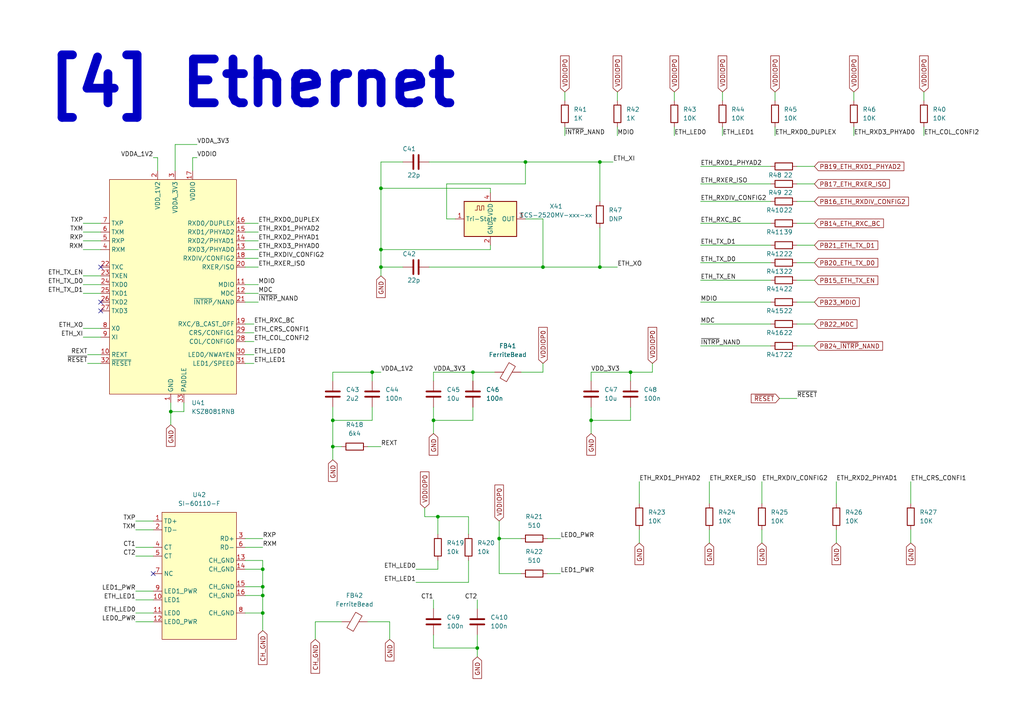
<source format=kicad_sch>
(kicad_sch (version 20231120) (generator "eeschema") (generator_version "8.0")
  (paper "A4")
  (lib_symbols
    (symbol "Device:C" (pin_numbers hide) (pin_names (offset 0.254))
      (property "Reference" "C" (at 0.635 2.54 0))
      (property "Value" "C" (at 0.635 -2.54 0))
      (symbol "C_0_1"
        (polyline (pts (xy -2.032 -0.762) (xy 2.032 -0.762)) (stroke (width 0.508)))
        (polyline (pts (xy -2.032 0.762) (xy 2.032 0.762)) (stroke (width 0.508)))
      )
      (symbol "C_1_1"
        (pin passive line (at 0 3.81 270) (length 2.794) (name "~") (number "1"))
        (pin passive line (at 0 -3.81 90) (length 2.794) (name "~") (number "2"))
      )
    )
    (symbol "Device:FerriteBead" (pin_numbers hide) (pin_names (offset 0))
      (property "Reference" "FB" (at -3.81 0.635 90))
      (property "Value" "FerriteBead" (at 3.81 0 90))
      (symbol "FerriteBead_0_1"
        (polyline (pts (xy 0 -1.27) (xy 0 -1.2192)))
        (polyline (pts (xy 0 1.27) (xy 0 1.2954)))
        (polyline (pts (xy -2.7686 0.4064) (xy -1.7018 2.2606) (xy 2.7686 -0.3048) (xy 1.6764 -2.159) (xy -2.7686 0.4064)))
      )
      (symbol "FerriteBead_1_1"
        (pin passive line (at 0 3.81 270) (length 2.54) (name "~") (number "1"))
        (pin passive line (at 0 -3.81 90) (length 2.54) (name "~") (number "2"))
      )
    )
    (symbol "Device:R" (pin_numbers hide) (pin_names (offset 0))
      (property "Reference" "R" (at 2.032 0 90))
      (property "Value" "R" (at 0 0 90))
      (symbol "R_0_1"
        (rectangle (start -1.016 -2.54) (end 1.016 2.54) (stroke (width 0.254)))
      )
      (symbol "R_1_1"
        (pin passive line (at 0 3.81 270) (length 1.27) (name "~") (number "1"))
        (pin passive line (at 0 -3.81 90) (length 1.27) (name "~") (number "2"))
      )
    )
    (symbol "Oscillator:ECS-2520MV-xxx-xx"
      (property "Reference" "X" (at -5.08 6.35 0))
      (property "Value" "ECS-2520MV-xxx-xx" (at 1.27 -6.35 0))
      (symbol "ECS-2520MV-xxx-xx_0_1"
        (rectangle (start -7.62 5.08) (end 7.62 -5.08) (stroke (width 0.254)) (fill (type background)))
        (polyline (pts (xy -4.445 2.54) (xy -3.81 2.54) (xy -3.81 3.81) (xy -3.175 3.81) (xy -3.175 2.54) (xy -2.54 2.54) (xy -2.54 3.81) (xy -1.905 3.81) (xy -1.905 2.54)))
      )
      (symbol "ECS-2520MV-xxx-xx_1_1"
        (pin input line (at -10.16 0 0) (length 2.54) (name "Tri-State") (number "1"))
        (pin power_in line (at 0 -7.62 90) (length 2.54) (name "GND") (number "2"))
        (pin output line (at 10.16 0 180) (length 2.54) (name "OUT") (number "3"))
        (pin power_in line (at 0 7.62 270) (length 2.54) (name "VDD") (number "4"))
      )
    )
    (symbol "custom_symbol:KSZ8081RNB"
      (property "Reference" "U" (at 0 -41.91 0))
      (property "Value" "KSZ8081RNB" (at 0 38.1 0))
      (symbol "KSZ8081RNB_0_1"
        (rectangle (start -19.05 29.21) (end 17.78 -33.02) (fill (type background)))
      )
      (symbol "KSZ8081RNB_1_1"
        (pin input line (at -1.27 -35.56 90) (length 2.54) (name "GND") (number "1"))
        (pin input line (at -21.59 -21.59 0) (length 2.54) (name "REXT") (number "10"))
        (pin bidirectional line (at 20.32 -1.27 180) (length 2.54) (name "MDIO") (number "11"))
        (pin bidirectional line (at 20.32 -3.81 180) (length 2.54) (name "MDC") (number "12"))
        (pin output line (at 20.32 8.89 180) (length 2.54) (name "RXD3/PHYAD0") (number "13"))
        (pin output line (at 20.32 11.43 180) (length 2.54) (name "RXD2/PHYAD1") (number "14"))
        (pin output line (at 20.32 13.97 180) (length 2.54) (name "RXD1/PHYAD2") (number "15"))
        (pin output line (at 20.32 16.51 180) (length 2.54) (name "RXD0/DUPLEX") (number "16"))
        (pin input line (at 5.08 31.75 270) (length 2.54) (name "VDDIO") (number "17"))
        (pin output line (at 20.32 6.35 180) (length 2.54) (name "RXDIV/CONFIG2") (number "18"))
        (pin output line (at 20.32 -12.7 180) (length 2.54) (name "RXC/B_CAST_OFF") (number "19"))
        (pin input line (at -5.08 31.75 270) (length 2.54) (name "VDD_1V2") (number "2"))
        (pin output line (at 20.32 3.81 180) (length 2.54) (name "RXER/ISO") (number "20"))
        (pin bidirectional line (at 20.32 -6.35 180) (length 2.54) (name "~{INTRP}/NAND") (number "21"))
        (pin input line (at -21.59 3.81 0) (length 2.54) (name "TXC") (number "22"))
        (pin input line (at -21.59 1.27 0) (length 2.54) (name "TXEN") (number "23"))
        (pin input line (at -21.59 -1.27 0) (length 2.54) (name "TXD0") (number "24"))
        (pin input line (at -21.59 -3.81 0) (length 2.54) (name "TXD1") (number "25"))
        (pin input line (at -21.59 -6.35 0) (length 2.54) (name "TXD2") (number "26"))
        (pin input line (at -21.59 -8.89 0) (length 2.54) (name "TXD3") (number "27"))
        (pin input line (at 20.32 -17.78 180) (length 2.54) (name "COL/CONFIG0") (number "28"))
        (pin input line (at 20.32 -15.24 180) (length 2.54) (name "CRS/CONFIG1") (number "29"))
        (pin input line (at 0 31.75 270) (length 2.54) (name "VDDA_3V3") (number "3"))
        (pin bidirectional line (at 20.32 -21.59 180) (length 2.54) (name "LED0/NWAYEN") (number "30"))
        (pin bidirectional line (at 20.32 -24.13 180) (length 2.54) (name "LED1/SPEED") (number "31"))
        (pin input line (at -21.59 -24.13 0) (length 2.54) (name "~{RESET}") (number "32"))
        (pin input line (at 2.54 -35.56 90) (length 2.54) (name "PADDLE") (number "33"))
        (pin input line (at -21.59 8.89 0) (length 2.54) (name "RXM") (number "4"))
        (pin input line (at -21.59 11.43 0) (length 2.54) (name "RXP") (number "5"))
        (pin output line (at -21.59 13.97 0) (length 2.54) (name "TXM") (number "6"))
        (pin output line (at -21.59 16.51 0) (length 2.54) (name "TXP") (number "7"))
        (pin input line (at -21.59 -13.97 0) (length 2.54) (name "X0") (number "8"))
        (pin input line (at -21.59 -16.51 0) (length 2.54) (name "XI") (number "9"))
      )
    )
    (symbol "custom_symbol:SI-60110-F"
      (property "Reference" "U" (at 0 -20.32 0))
      (property "Value" "SI-60110-F" (at -1.27 20.32 0))
      (symbol "SI-60110-F_0_1"
        (rectangle (start -11.43 17.78) (end 10.16 -19.05) (fill (type background)))
      )
      (symbol "SI-60110-F_1_1"
        (pin input line (at -13.97 15.24 0) (length 2.54) (name "TD+") (number "1"))
        (pin input line (at -13.97 -7.62 0) (length 2.54) (name "LED1") (number "10"))
        (pin input line (at -13.97 -11.43 0) (length 2.54) (name "LED0") (number "11"))
        (pin input line (at -13.97 -13.97 0) (length 2.54) (name "LED0_PWR") (number "12"))
        (pin input line (at 12.7 3.81 180) (length 2.54) (name "CH_GND") (number "13"))
        (pin input line (at 12.7 1.27 180) (length 2.54) (name "CH_GND") (number "14"))
        (pin input line (at 12.7 -3.81 180) (length 2.54) (name "CH_GND") (number "15"))
        (pin input line (at 12.7 -6.35 180) (length 2.54) (name "CH_GND") (number "16"))
        (pin input line (at -13.97 12.7 0) (length 2.54) (name "TD-") (number "2"))
        (pin output line (at 12.7 10.16 180) (length 2.54) (name "RD+") (number "3"))
        (pin output line (at -13.97 7.62 0) (length 2.54) (name "CT") (number "4"))
        (pin output line (at -13.97 5.08 0) (length 2.54) (name "CT") (number "5"))
        (pin output line (at 12.7 7.62 180) (length 2.54) (name "RD-") (number "6"))
        (pin output line (at -13.97 0 0) (length 2.54) (name "NC") (number "7"))
        (pin input line (at 12.7 -11.43 180) (length 2.54) (name "CH_GND") (number "8"))
        (pin input line (at -13.97 -5.08 0) (length 2.54) (name "LED1_PWR") (number "9"))
      )
    )
  )
  (junction (at 107.95 107.95))
  (junction (at 173.99 46.99))
  (junction (at 171.45 121.92))
  (junction (at 138.43 187.96))
  (junction (at 96.52 129.54))
  (junction (at 76.2 172.72))
  (junction (at 49.53 119.38))
  (junction (at 157.48 77.47))
  (junction (at 173.99 77.47))
  (junction (at 110.49 77.47))
  (junction (at 144.78 156.21))
  (junction (at 127 149.86))
  (junction (at 76.2 165.1))
  (junction (at 110.49 72.39))
  (junction (at 76.2 177.8))
  (junction (at 96.52 121.92))
  (junction (at 137.16 107.95))
  (junction (at 125.73 121.92))
  (junction (at 152.4 46.99))
  (junction (at 182.88 107.95))
  (junction (at 76.2 170.18))
  (junction (at 110.49 54.61))
  (no_connect (at 44.45 166.37))
  (no_connect (at 29.21 77.47))
  (no_connect (at 29.21 90.17))
  (no_connect (at 29.21 87.63))
  (wire (pts (xy 124.46 46.99) (xy 152.4 46.99)))
  (wire (pts (xy 264.16 146.05) (xy 264.16 139.7)))
  (wire (pts (xy 157.48 105.41) (xy 157.48 107.95)))
  (wire (pts (xy 39.37 180.34) (xy 44.45 180.34)))
  (wire (pts (xy 179.07 26.67) (xy 179.07 29.21)))
  (wire (pts (xy 220.98 153.67) (xy 220.98 157.48)))
  (wire (pts (xy 120.65 168.91) (xy 135.89 168.91)))
  (wire (pts (xy 110.49 72.39) (xy 142.24 72.39)))
  (wire (pts (xy 157.48 77.47) (xy 173.99 77.47)))
  (wire (pts (xy 205.74 146.05) (xy 205.74 139.7)))
  (wire (pts (xy 144.78 156.21) (xy 144.78 166.37)))
  (wire (pts (xy 135.89 149.86) (xy 127 149.86)))
  (wire (pts (xy 53.34 116.84) (xy 53.34 119.38)))
  (wire (pts (xy 236.22 76.2) (xy 231.14 76.2)))
  (wire (pts (xy 138.43 184.15) (xy 138.43 187.96)))
  (wire (pts (xy 171.45 121.92) (xy 171.45 118.11)))
  (wire (pts (xy 182.88 107.95) (xy 189.23 107.95)))
  (wire (pts (xy 135.89 154.94) (xy 135.89 149.86)))
  (wire (pts (xy 107.95 118.11) (xy 107.95 121.92)))
  (wire (pts (xy 49.53 119.38) (xy 53.34 119.38)))
  (wire (pts (xy 195.58 36.83) (xy 195.58 39.37)))
  (wire (pts (xy 135.89 162.56) (xy 135.89 168.91)))
  (wire (pts (xy 209.55 36.83) (xy 209.55 39.37)))
  (wire (pts (xy 152.4 46.99) (xy 173.99 46.99)))
  (wire (pts (xy 173.99 46.99) (xy 173.99 58.42)))
  (wire (pts (xy 71.12 74.93) (xy 74.93 74.93)))
  (wire (pts (xy 203.2 58.42) (xy 223.52 58.42)))
  (wire (pts (xy 125.73 107.95) (xy 137.16 107.95)))
  (wire (pts (xy 39.37 153.67) (xy 44.45 153.67)))
  (wire (pts (xy 231.14 48.26) (xy 236.22 48.26)))
  (wire (pts (xy 171.45 107.95) (xy 182.88 107.95)))
  (wire (pts (xy 173.99 46.99) (xy 177.8 46.99)))
  (wire (pts (xy 125.73 187.96) (xy 138.43 187.96)))
  (wire (pts (xy 247.65 36.83) (xy 247.65 39.37)))
  (wire (pts (xy 125.73 110.49) (xy 125.73 107.95)))
  (wire (pts (xy 71.12 170.18) (xy 76.2 170.18)))
  (wire (pts (xy 24.13 69.85) (xy 29.21 69.85)))
  (wire (pts (xy 55.88 45.72) (xy 57.15 45.72)))
  (wire (pts (xy 182.88 118.11) (xy 182.88 121.92)))
  (wire (pts (xy 158.75 166.37) (xy 162.56 166.37)))
  (wire (pts (xy 123.19 147.32) (xy 123.19 149.86)))
  (wire (pts (xy 71.12 85.09) (xy 74.93 85.09)))
  (wire (pts (xy 125.73 121.92) (xy 125.73 118.11)))
  (wire (pts (xy 203.2 100.33) (xy 223.52 100.33)))
  (wire (pts (xy 25.4 102.87) (xy 29.21 102.87)))
  (wire (pts (xy 264.16 153.67) (xy 264.16 157.48)))
  (wire (pts (xy 151.13 107.95) (xy 157.48 107.95)))
  (wire (pts (xy 163.83 26.67) (xy 163.83 29.21)))
  (wire (pts (xy 39.37 173.99) (xy 44.45 173.99)))
  (wire (pts (xy 224.79 36.83) (xy 224.79 39.37)))
  (wire (pts (xy 209.55 26.67) (xy 209.55 29.21)))
  (wire (pts (xy 224.79 26.67) (xy 224.79 29.21)))
  (wire (pts (xy 182.88 121.92) (xy 171.45 121.92)))
  (wire (pts (xy 71.12 158.75) (xy 76.2 158.75)))
  (wire (pts (xy 39.37 171.45) (xy 44.45 171.45)))
  (wire (pts (xy 71.12 99.06) (xy 73.66 99.06)))
  (wire (pts (xy 203.2 64.77) (xy 223.52 64.77)))
  (wire (pts (xy 96.52 129.54) (xy 99.06 129.54)))
  (wire (pts (xy 110.49 77.47) (xy 116.84 77.47)))
  (wire (pts (xy 29.21 82.55) (xy 24.13 82.55)))
  (wire (pts (xy 127 154.94) (xy 127 149.86)))
  (wire (pts (xy 71.12 87.63) (xy 74.93 87.63)))
  (wire (pts (xy 247.65 26.67) (xy 247.65 29.21)))
  (wire (pts (xy 144.78 151.13) (xy 144.78 156.21)))
  (wire (pts (xy 231.14 58.42) (xy 236.22 58.42)))
  (wire (pts (xy 138.43 173.99) (xy 138.43 176.53)))
  (wire (pts (xy 203.2 53.34) (xy 223.52 53.34)))
  (wire (pts (xy 195.58 26.67) (xy 195.58 29.21)))
  (wire (pts (xy 71.12 96.52) (xy 73.66 96.52)))
  (wire (pts (xy 71.12 105.41) (xy 73.66 105.41)))
  (wire (pts (xy 231.14 100.33) (xy 236.22 100.33)))
  (wire (pts (xy 137.16 107.95) (xy 137.16 110.49)))
  (wire (pts (xy 29.21 80.01) (xy 24.13 80.01)))
  (wire (pts (xy 50.8 41.91) (xy 50.8 49.53)))
  (wire (pts (xy 142.24 55.88) (xy 142.24 54.61)))
  (wire (pts (xy 123.19 149.86) (xy 127 149.86)))
  (wire (pts (xy 203.2 93.98) (xy 223.52 93.98)))
  (wire (pts (xy 189.23 105.41) (xy 189.23 107.95)))
  (wire (pts (xy 106.68 129.54) (xy 110.49 129.54)))
  (wire (pts (xy 152.4 63.5) (xy 157.48 63.5)))
  (wire (pts (xy 71.12 67.31) (xy 74.93 67.31)))
  (wire (pts (xy 45.72 49.53) (xy 45.72 45.72)))
  (wire (pts (xy 76.2 165.1) (xy 76.2 170.18)))
  (wire (pts (xy 223.52 76.2) (xy 203.2 76.2)))
  (wire (pts (xy 96.52 121.92) (xy 96.52 129.54)))
  (wire (pts (xy 231.14 93.98) (xy 236.22 93.98)))
  (wire (pts (xy 129.54 63.5) (xy 129.54 53.34)))
  (wire (pts (xy 106.68 180.34) (xy 113.03 180.34)))
  (wire (pts (xy 24.13 85.09) (xy 29.21 85.09)))
  (wire (pts (xy 203.2 48.26) (xy 223.52 48.26)))
  (wire (pts (xy 76.2 170.18) (xy 76.2 172.72)))
  (wire (pts (xy 120.65 165.1) (xy 127 165.1)))
  (wire (pts (xy 39.37 158.75) (xy 44.45 158.75)))
  (wire (pts (xy 24.13 97.79) (xy 29.21 97.79)))
  (wire (pts (xy 96.52 110.49) (xy 96.52 107.95)))
  (wire (pts (xy 173.99 77.47) (xy 179.07 77.47)))
  (wire (pts (xy 151.13 166.37) (xy 144.78 166.37)))
  (wire (pts (xy 116.84 46.99) (xy 110.49 46.99)))
  (wire (pts (xy 96.52 129.54) (xy 96.52 133.35)))
  (wire (pts (xy 158.75 156.21) (xy 162.56 156.21)))
  (wire (pts (xy 125.73 173.99) (xy 125.73 176.53)))
  (wire (pts (xy 173.99 66.04) (xy 173.99 77.47)))
  (wire (pts (xy 226.06 115.57) (xy 231.14 115.57)))
  (wire (pts (xy 267.97 26.67) (xy 267.97 29.21)))
  (wire (pts (xy 124.46 77.47) (xy 157.48 77.47)))
  (wire (pts (xy 171.45 121.92) (xy 171.45 125.73)))
  (wire (pts (xy 49.53 119.38) (xy 49.53 123.19)))
  (wire (pts (xy 127 162.56) (xy 127 165.1)))
  (wire (pts (xy 110.49 77.47) (xy 110.49 80.01)))
  (wire (pts (xy 71.12 156.21) (xy 76.2 156.21)))
  (wire (pts (xy 44.45 45.72) (xy 45.72 45.72)))
  (wire (pts (xy 76.2 172.72) (xy 76.2 177.8)))
  (wire (pts (xy 39.37 177.8) (xy 44.45 177.8)))
  (wire (pts (xy 96.52 118.11) (xy 96.52 121.92)))
  (wire (pts (xy 236.22 71.12) (xy 231.14 71.12)))
  (wire (pts (xy 71.12 82.55) (xy 74.93 82.55)))
  (wire (pts (xy 110.49 72.39) (xy 110.49 77.47)))
  (wire (pts (xy 76.2 177.8) (xy 76.2 182.88)))
  (wire (pts (xy 129.54 53.34) (xy 152.4 53.34)))
  (wire (pts (xy 137.16 118.11) (xy 137.16 121.92)))
  (wire (pts (xy 152.4 53.34) (xy 152.4 46.99)))
  (wire (pts (xy 99.06 180.34) (xy 91.44 180.34)))
  (wire (pts (xy 71.12 102.87) (xy 73.66 102.87)))
  (wire (pts (xy 71.12 64.77) (xy 74.93 64.77)))
  (wire (pts (xy 182.88 107.95) (xy 182.88 110.49)))
  (wire (pts (xy 50.8 41.91) (xy 57.15 41.91)))
  (wire (pts (xy 125.73 184.15) (xy 125.73 187.96)))
  (wire (pts (xy 223.52 71.12) (xy 203.2 71.12)))
  (wire (pts (xy 24.13 67.31) (xy 29.21 67.31)))
  (wire (pts (xy 96.52 121.92) (xy 107.95 121.92)))
  (wire (pts (xy 137.16 121.92) (xy 125.73 121.92)))
  (wire (pts (xy 242.57 153.67) (xy 242.57 157.48)))
  (wire (pts (xy 39.37 161.29) (xy 44.45 161.29)))
  (wire (pts (xy 267.97 36.83) (xy 267.97 39.37)))
  (wire (pts (xy 142.24 71.12) (xy 142.24 72.39)))
  (wire (pts (xy 223.52 81.28) (xy 203.2 81.28)))
  (wire (pts (xy 203.2 87.63) (xy 223.52 87.63)))
  (wire (pts (xy 157.48 63.5) (xy 157.48 77.47)))
  (wire (pts (xy 125.73 121.92) (xy 125.73 125.73)))
  (wire (pts (xy 96.52 107.95) (xy 107.95 107.95)))
  (wire (pts (xy 231.14 87.63) (xy 236.22 87.63)))
  (wire (pts (xy 91.44 180.34) (xy 91.44 185.42)))
  (wire (pts (xy 171.45 110.49) (xy 171.45 107.95)))
  (wire (pts (xy 144.78 156.21) (xy 151.13 156.21)))
  (wire (pts (xy 205.74 153.67) (xy 205.74 157.48)))
  (wire (pts (xy 71.12 77.47) (xy 74.93 77.47)))
  (wire (pts (xy 71.12 165.1) (xy 76.2 165.1)))
  (wire (pts (xy 55.88 45.72) (xy 55.88 49.53)))
  (wire (pts (xy 49.53 116.84) (xy 49.53 119.38)))
  (wire (pts (xy 220.98 146.05) (xy 220.98 139.7)))
  (wire (pts (xy 76.2 162.56) (xy 76.2 165.1)))
  (wire (pts (xy 137.16 107.95) (xy 143.51 107.95)))
  (wire (pts (xy 163.83 36.83) (xy 163.83 39.37)))
  (wire (pts (xy 110.49 54.61) (xy 110.49 72.39)))
  (wire (pts (xy 179.07 36.83) (xy 179.07 39.37)))
  (wire (pts (xy 185.42 139.7) (xy 185.42 146.05)))
  (wire (pts (xy 107.95 107.95) (xy 107.95 110.49)))
  (wire (pts (xy 231.14 64.77) (xy 236.22 64.77)))
  (wire (pts (xy 113.03 180.34) (xy 113.03 185.42)))
  (wire (pts (xy 71.12 172.72) (xy 76.2 172.72)))
  (wire (pts (xy 24.13 72.39) (xy 29.21 72.39)))
  (wire (pts (xy 242.57 139.7) (xy 242.57 146.05)))
  (wire (pts (xy 138.43 187.96) (xy 138.43 190.5)))
  (wire (pts (xy 185.42 153.67) (xy 185.42 157.48)))
  (wire (pts (xy 24.13 64.77) (xy 29.21 64.77)))
  (wire (pts (xy 24.13 95.25) (xy 29.21 95.25)))
  (wire (pts (xy 110.49 46.99) (xy 110.49 54.61)))
  (wire (pts (xy 71.12 162.56) (xy 76.2 162.56)))
  (wire (pts (xy 71.12 72.39) (xy 74.93 72.39)))
  (wire (pts (xy 39.37 151.13) (xy 44.45 151.13)))
  (wire (pts (xy 71.12 93.98) (xy 73.66 93.98)))
  (wire (pts (xy 107.95 107.95) (xy 110.49 107.95)))
  (wire (pts (xy 132.08 63.5) (xy 129.54 63.5)))
  (wire (pts (xy 231.14 53.34) (xy 236.22 53.34)))
  (wire (pts (xy 110.49 54.61) (xy 142.24 54.61)))
  (wire (pts (xy 71.12 69.85) (xy 74.93 69.85)))
  (wire (pts (xy 71.12 177.8) (xy 76.2 177.8)))
  (wire (pts (xy 25.4 105.41) (xy 29.21 105.41)))
  (wire (pts (xy 236.22 81.28) (xy 231.14 81.28)))
  (text "[4] Ethernet" (at 12.7 31.75 0) (effects (font (size 12.7 12.7) (bold yes)) (justify left bottom)))
  (label "VDDA_1V2" (at 110.49 107.95 0))
  (label "ETH_RXDIV_CONFIG2" (at 74.93 74.93 0))
  (label "ETH_RXER_ISO" (at 74.93 77.47 0))
  (label "ETH_LED1" (at 209.55 39.37 0))
  (label "CT1" (at 125.73 173.99 180))
  (label "ETH_COL_CONFI2" (at 267.97 39.37 0))
  (label "~{INTRP}_NAND" (at 163.83 39.37 0))
  (label "ETH_RXD1_PHYAD2" (at 203.2 48.26 0))
  (label "RXP" (at 76.2 156.21 0))
  (label "MDC" (at 203.2 93.98 0))
  (label "VDD_3V3" (at 171.45 107.95 0))
  (label "ETH_RXD0_DUPLEX" (at 74.93 64.77 0))
  (label "ETH_LED1" (at 73.66 105.41 0))
  (label "~{RESET}" (at 25.4 105.41 180))
  (label "ETH_RXD2_PHYAD1" (at 242.57 139.7 0))
  (label "ETH_RXD1_PHYAD2" (at 185.42 139.7 0))
  (label "ETH_LED0" (at 73.66 102.87 0))
  (label "ETH_XO" (at 24.13 95.25 180))
  (label "CT2" (at 138.43 173.99 180))
  (label "ETH_RXDIV_CONFIG2" (at 203.2 58.42 0))
  (label "MDIO" (at 74.93 82.55 0))
  (label "ETH_TX_EN" (at 24.13 80.01 180))
  (label "LED0_PWR" (at 162.56 156.21 0))
  (label "ETH_LED1" (at 39.37 173.99 180))
  (label "REXT" (at 110.49 129.54 0))
  (label "ETH_XI" (at 24.13 97.79 180))
  (label "CT1" (at 39.37 158.75 180))
  (label "LED0_PWR" (at 39.37 180.34 180))
  (label "ETH_XO" (at 179.07 77.47 0))
  (label "ETH_CRS_CONFI1" (at 73.66 96.52 0))
  (label "ETH_RXD0_DUPLEX" (at 224.79 39.37 0))
  (label "TXP" (at 39.37 151.13 180))
  (label "REXT" (at 25.4 102.87 180))
  (label "ETH_LED1" (at 120.65 168.91 180))
  (label "ETH_RXER_ISO" (at 205.74 139.7 0))
  (label "TXM" (at 24.13 67.31 180))
  (label "ETH_COL_CONFI2" (at 73.66 99.06 0))
  (label "ETH_RXC_BC" (at 203.2 64.77 0))
  (label "ETH_TX_D0" (at 24.13 82.55 180))
  (label "ETH_RXC_BC" (at 73.66 93.98 0))
  (label "VDDA_1V2" (at 44.45 45.72 180))
  (label "MDIO" (at 203.2 87.63 0))
  (label "MDIO" (at 179.07 39.37 0))
  (label "ETH_XI" (at 177.8 46.99 0))
  (label "TXM" (at 39.37 153.67 180))
  (label "ETH_TX_D1" (at 203.2 71.12 0))
  (label "RXM" (at 24.13 72.39 180))
  (label "LED1_PWR" (at 162.56 166.37 0))
  (label "ETH_RXDIV_CONFIG2" (at 220.98 139.7 0))
  (label "~{INTRP}_NAND" (at 203.2 100.33 0))
  (label "RXM" (at 76.2 158.75 0))
  (label "ETH_LED0" (at 195.58 39.37 0))
  (label "RXP" (at 24.13 69.85 180))
  (label "ETH_RXD1_PHYAD2" (at 74.93 67.31 0))
  (label "ETH_RXER_ISO" (at 203.2 53.34 0))
  (label "ETH_TX_D1" (at 24.13 85.09 180))
  (label "~{RESET}" (at 231.14 115.57 0))
  (label "ETH_RXD3_PHYAD0" (at 247.65 39.37 0))
  (label "ETH_LED0" (at 120.65 165.1 180))
  (label "MDC" (at 74.93 85.09 0))
  (label "ETH_LED0" (at 39.37 177.8 180))
  (label "CT2" (at 39.37 161.29 180))
  (label "VDDA_3V3" (at 125.73 107.95 0))
  (label "ETH_TX_D0" (at 203.2 76.2 0))
  (label "VDDA_3V3" (at 57.15 41.91 0))
  (label "ETH_TX_EN" (at 203.2 81.28 0))
  (label "LED1_PWR" (at 39.37 171.45 180))
  (label "TXP" (at 24.13 64.77 180))
  (label "~{INTRP}_NAND" (at 74.93 87.63 0))
  (label "ETH_CRS_CONFI1" (at 264.16 139.7 0))
  (label "ETH_RXD3_PHYAD0" (at 74.93 72.39 0))
  (label "VDDIO" (at 57.15 45.72 0))
  (label "ETH_RXD2_PHYAD1" (at 74.93 69.85 0))
  (global_label "CH_GND" (shape input) (at 76.2 182.88 270) (property "Intersheetrefs" "${INTERSHEET_REFS}" (effects (hide yes))))
  (global_label "CH_GND" (shape input) (at 91.44 185.42 270) (property "Intersheetrefs" "${INTERSHEET_REFS}" (effects (hide yes))))
  (global_label "PB19_ETH_RXD1_PHYAD2" (shape input) (at 236.22 48.26 0) (property "Intersheetrefs" "${INTERSHEET_REFS}" (effects (hide yes))))
  (global_label "~{RESET}" (shape input) (at 226.06 115.57 180) (property "Intersheetrefs" "${INTERSHEET_REFS}" (effects (hide yes))))
  (global_label "PB20_ETH_TX_D0" (shape input) (at 236.22 76.2 0) (property "Intersheetrefs" "${INTERSHEET_REFS}" (effects (hide yes))))
  (global_label "VDDIOP0" (shape input) (at 267.97 26.67 90) (property "Intersheetrefs" "${INTERSHEET_REFS}" (effects (hide yes))))
  (global_label "VDDIOP0" (shape input) (at 123.19 147.32 90) (property "Intersheetrefs" "${INTERSHEET_REFS}" (effects (hide yes))))
  (global_label "PB14_ETH_RXC_BC" (shape input) (at 236.22 64.77 0) (property "Intersheetrefs" "${INTERSHEET_REFS}" (effects (hide yes))))
  (global_label "GND" (shape input) (at 242.57 157.48 270) (property "Intersheetrefs" "${INTERSHEET_REFS}" (effects (hide yes))))
  (global_label "PB21_ETH_TX_D1" (shape input) (at 236.22 71.12 0) (property "Intersheetrefs" "${INTERSHEET_REFS}" (effects (hide yes))))
  (global_label "VDDIOP0" (shape input) (at 163.83 26.67 90) (property "Intersheetrefs" "${INTERSHEET_REFS}" (effects (hide yes))))
  (global_label "PB15_ETH_TX_EN" (shape input) (at 236.22 81.28 0) (property "Intersheetrefs" "${INTERSHEET_REFS}" (effects (hide yes))))
  (global_label "VDDIOP0" (shape input) (at 224.79 26.67 90) (property "Intersheetrefs" "${INTERSHEET_REFS}" (effects (hide yes))))
  (global_label "PB24_~{INTRP}_NAND" (shape input) (at 236.22 100.33 0) (property "Intersheetrefs" "${INTERSHEET_REFS}" (effects (hide yes))))
  (global_label "GND" (shape input) (at 205.74 157.48 270) (property "Intersheetrefs" "${INTERSHEET_REFS}" (effects (hide yes))))
  (global_label "VDDIOP0" (shape input) (at 157.48 105.41 90) (property "Intersheetrefs" "${INTERSHEET_REFS}" (effects (hide yes))))
  (global_label "VDDIOP0" (shape input) (at 189.23 105.41 90) (property "Intersheetrefs" "${INTERSHEET_REFS}" (effects (hide yes))))
  (global_label "GND" (shape input) (at 264.16 157.48 270) (property "Intersheetrefs" "${INTERSHEET_REFS}" (effects (hide yes))))
  (global_label "GND" (shape input) (at 185.42 157.48 270) (property "Intersheetrefs" "${INTERSHEET_REFS}" (effects (hide yes))))
  (global_label "VDDIOP0" (shape input) (at 247.65 26.67 90) (property "Intersheetrefs" "${INTERSHEET_REFS}" (effects (hide yes))))
  (global_label "GND" (shape input) (at 49.53 123.19 270) (property "Intersheetrefs" "${INTERSHEET_REFS}" (effects (hide yes))))
  (global_label "PB23_MDIO" (shape input) (at 236.22 87.63 0) (property "Intersheetrefs" "${INTERSHEET_REFS}" (effects (hide yes))))
  (global_label "GND" (shape input) (at 110.49 80.01 270) (property "Intersheetrefs" "${INTERSHEET_REFS}" (effects (hide yes))))
  (global_label "VDDIOP0" (shape input) (at 209.55 26.67 90) (property "Intersheetrefs" "${INTERSHEET_REFS}" (effects (hide yes))))
  (global_label "VDDIOP0" (shape input) (at 195.58 26.67 90) (property "Intersheetrefs" "${INTERSHEET_REFS}" (effects (hide yes))))
  (global_label "VDDIOP0" (shape input) (at 179.07 26.67 90) (property "Intersheetrefs" "${INTERSHEET_REFS}" (effects (hide yes))))
  (global_label "GND" (shape input) (at 96.52 133.35 270) (property "Intersheetrefs" "${INTERSHEET_REFS}" (effects (hide yes))))
  (global_label "GND" (shape input) (at 171.45 125.73 270) (property "Intersheetrefs" "${INTERSHEET_REFS}" (effects (hide yes))))
  (global_label "PB17_ETH_RXER_ISO" (shape input) (at 236.22 53.34 0) (property "Intersheetrefs" "${INTERSHEET_REFS}" (effects (hide yes))))
  (global_label "GND" (shape input) (at 113.03 185.42 270) (property "Intersheetrefs" "${INTERSHEET_REFS}" (effects (hide yes))))
  (global_label "GND" (shape input) (at 125.73 125.73 270) (property "Intersheetrefs" "${INTERSHEET_REFS}" (effects (hide yes))))
  (global_label "GND" (shape input) (at 138.43 190.5 270) (property "Intersheetrefs" "${INTERSHEET_REFS}" (effects (hide yes))))
  (global_label "PB22_MDC" (shape input) (at 236.22 93.98 0) (property "Intersheetrefs" "${INTERSHEET_REFS}" (effects (hide yes))))
  (global_label "GND" (shape input) (at 220.98 157.48 270) (property "Intersheetrefs" "${INTERSHEET_REFS}" (effects (hide yes))))
  (global_label "PB16_ETH_RXDIV_CONFIG2" (shape input) (at 236.22 58.42 0) (property "Intersheetrefs" "${INTERSHEET_REFS}" (effects (hide yes))))
  (global_label "VDDIOP0" (shape input) (at 144.78 151.13 90) (property "Intersheetrefs" "${INTERSHEET_REFS}" (effects (hide yes))))
  (symbol (lib_id "Device:R") (at 179.07 33.02 0) (unit 1)
    (property "Reference" "R42" (at 181.61 31.75 0) (effects (justify left)))
    (property "Value" "1K" (at 181.61 34.29 0) (effects (justify left)))
  )
  (symbol (lib_id "Device:R") (at 154.94 166.37 90) (unit 1)
    (property "Reference" "R422" (at 154.94 160.02 90))
    (property "Value" "510" (at 154.94 162.56 90))
  )
  (symbol (lib_id "Device:C") (at 138.43 180.34 0) (unit 1)
    (property "Reference" "C410" (at 142.24 179.07 0) (effects (justify left)))
    (property "Value" "100n" (at 142.24 181.61 0) (effects (justify left)))
  )
  (symbol (lib_id "Device:R") (at 220.98 149.86 0) (unit 1)
    (property "Reference" "R425" (at 223.52 148.59 0) (effects (justify left)))
    (property "Value" "10K" (at 223.52 151.13 0) (effects (justify left)))
  )
  (symbol (lib_id "Device:C") (at 107.95 114.3 0) (unit 1)
    (property "Reference" "C44" (at 111.76 113.03 0) (effects (justify left)))
    (property "Value" "100n" (at 111.76 115.57 0) (effects (justify left)))
  )
  (symbol (lib_id "Device:R") (at 227.33 53.34 90) (unit 1)
    (property "Reference" "R49" (at 224.79 55.88 90))
    (property "Value" "22" (at 228.6 55.88 90))
  )
  (symbol (lib_id "Device:C") (at 125.73 180.34 0) (unit 1)
    (property "Reference" "C49" (at 129.54 179.07 0) (effects (justify left)))
    (property "Value" "100n" (at 129.54 181.61 0) (effects (justify left)))
  )
  (symbol (lib_id "Device:R") (at 227.33 58.42 90) (unit 1)
    (property "Reference" "R410" (at 224.79 60.96 90))
    (property "Value" "22" (at 228.6 60.96 90))
  )
  (symbol (lib_id "Device:R") (at 154.94 156.21 90) (unit 1)
    (property "Reference" "R421" (at 154.94 149.86 90))
    (property "Value" "510" (at 154.94 152.4 90))
  )
  (symbol (lib_id "Device:R") (at 227.33 100.33 90) (unit 1)
    (property "Reference" "R417" (at 224.79 102.87 90))
    (property "Value" "22" (at 228.6 102.87 90))
  )
  (symbol (lib_id "Device:R") (at 209.55 33.02 0) (unit 1)
    (property "Reference" "R44" (at 212.09 31.75 0) (effects (justify left)))
    (property "Value" "10K" (at 212.09 34.29 0) (effects (justify left)))
  )
  (symbol (lib_id "Device:C") (at 137.16 114.3 0) (unit 1)
    (property "Reference" "C46" (at 140.97 113.03 0) (effects (justify left)))
    (property "Value" "100n" (at 140.97 115.57 0) (effects (justify left)))
  )
  (symbol (lib_id "Device:R") (at 227.33 76.2 90) (unit 1)
    (property "Reference" "R413" (at 224.79 78.74 90))
    (property "Value" "22" (at 228.6 78.74 90))
  )
  (symbol (lib_id "Device:R") (at 195.58 33.02 0) (unit 1)
    (property "Reference" "R43" (at 198.12 31.75 0) (effects (justify left)))
    (property "Value" "10K" (at 198.12 34.29 0) (effects (justify left)))
  )
  (symbol (lib_id "Device:C") (at 120.65 46.99 90) (unit 1)
    (property "Reference" "C41" (at 120.65 43.18 90) (effects (justify left)))
    (property "Value" "22p" (at 121.92 50.8 90) (effects (justify left)))
  )
  (symbol (lib_id "Device:R") (at 247.65 33.02 0) (unit 1)
    (property "Reference" "R46" (at 250.19 31.75 0) (effects (justify left)))
    (property "Value" "10K" (at 250.19 34.29 0) (effects (justify left)))
  )
  (symbol (lib_id "Device:R") (at 267.97 33.02 0) (unit 1)
    (property "Reference" "R40" (at 270.51 31.7499 0) (effects (justify left)))
    (property "Value" "10K" (at 270.51 34.2899 0) (effects (justify left)))
  )
  (symbol (lib_id "Device:R") (at 227.33 81.28 90) (unit 1)
    (property "Reference" "R414" (at 224.79 83.82 90))
    (property "Value" "22" (at 228.6 83.82 90))
  )
  (symbol (lib_id "Device:R") (at 185.42 149.86 0) (unit 1)
    (property "Reference" "R423" (at 187.96 148.59 0) (effects (justify left)))
    (property "Value" "10K" (at 187.96 151.13 0) (effects (justify left)))
  )
  (symbol (lib_id "Device:FerriteBead") (at 147.32 107.95 90) (unit 1)
    (property "Reference" "FB41" (at 147.2692 100.33 90))
    (property "Value" "FerriteBead" (at 147.2692 102.87 90))
  )
  (symbol (lib_id "Device:R") (at 173.99 62.23 0) (unit 1)
    (property "Reference" "R47" (at 176.53 60.96 0) (effects (justify left)))
    (property "Value" "DNP" (at 176.53 63.5 0) (effects (justify left)))
  )
  (symbol (lib_id "Device:R") (at 227.33 93.98 90) (unit 1)
    (property "Reference" "R416" (at 224.79 96.52 90))
    (property "Value" "22" (at 228.6 96.52 90))
  )
  (symbol (lib_id "Device:C") (at 125.73 114.3 0) (unit 1)
    (property "Reference" "C45" (at 129.54 113.03 0) (effects (justify left)))
    (property "Value" "10u" (at 129.54 115.57 0) (effects (justify left)))
  )
  (symbol (lib_id "Device:R") (at 227.33 48.26 90) (unit 1)
    (property "Reference" "R48" (at 224.79 50.8 90))
    (property "Value" "22" (at 228.6 50.8 90))
  )
  (symbol (lib_id "Device:C") (at 120.65 77.47 90) (unit 1)
    (property "Reference" "C42" (at 120.65 73.66 90) (effects (justify left)))
    (property "Value" "22p" (at 121.92 81.28 90) (effects (justify left)))
  )
  (symbol (lib_id "custom_symbol:KSZ8081RNB") (at 50.8 81.28 0) (unit 1)
    (property "Reference" "U41" (at 55.5341 116.84 0) (effects (justify left)))
    (property "Value" "KSZ8081RNB" (at 55.5341 119.38 0) (effects (justify left)))
    (property "Footprint" "custom_footprint:KSZ8081RNB" (effects (hide yes)))
  )
  (symbol (lib_id "Device:R") (at 264.16 149.86 0) (unit 1)
    (property "Reference" "R427" (at 266.7 148.59 0) (effects (justify left)))
    (property "Value" "10K" (at 266.7 151.13 0) (effects (justify left)))
  )
  (symbol (lib_id "Device:C") (at 171.45 114.3 0) (unit 1)
    (property "Reference" "C47" (at 175.26 113.03 0) (effects (justify left)))
    (property "Value" "10u" (at 175.26 115.57 0) (effects (justify left)))
  )
  (symbol (lib_id "Device:R") (at 242.57 149.86 0) (unit 1)
    (property "Reference" "R426" (at 245.11 148.59 0) (effects (justify left)))
    (property "Value" "10K" (at 245.11 151.13 0) (effects (justify left)))
  )
  (symbol (lib_id "Device:R") (at 227.33 64.77 90) (unit 1)
    (property "Reference" "R411" (at 224.79 67.31 90))
    (property "Value" "39" (at 228.6 67.31 90))
  )
  (symbol (lib_id "Device:R") (at 224.79 33.02 0) (unit 1)
    (property "Reference" "R45" (at 227.33 31.75 0) (effects (justify left)))
    (property "Value" "10K" (at 227.33 34.29 0) (effects (justify left)))
  )
  (symbol (lib_id "Device:R") (at 102.87 129.54 90) (unit 1)
    (property "Reference" "R418" (at 102.87 123.19 90))
    (property "Value" "6k4" (at 102.87 125.73 90))
  )
  (symbol (lib_id "Device:R") (at 227.33 87.63 90) (unit 1)
    (property "Reference" "R415" (at 224.79 90.17 90))
    (property "Value" "22" (at 228.6 90.17 90))
  )
  (symbol (lib_id "Device:R") (at 127 158.75 0) (unit 1)
    (property "Reference" "R419" (at 129.54 157.48 0) (effects (justify left)))
    (property "Value" "10k" (at 129.54 160.02 0) (effects (justify left)))
  )
  (symbol (lib_id "Device:R") (at 135.89 158.75 0) (unit 1)
    (property "Reference" "R420" (at 138.43 157.48 0) (effects (justify left)))
    (property "Value" "10k" (at 138.43 160.02 0) (effects (justify left)))
  )
  (symbol (lib_id "Device:R") (at 227.33 71.12 90) (unit 1)
    (property "Reference" "R412" (at 224.79 73.66 90))
    (property "Value" "22" (at 228.6 73.66 90))
  )
  (symbol (lib_id "Device:C") (at 96.52 114.3 0) (unit 1)
    (property "Reference" "C43" (at 100.33 113.03 0) (effects (justify left)))
    (property "Value" "2u2" (at 100.33 115.57 0) (effects (justify left)))
  )
  (symbol (lib_id "Oscillator:ECS-2520MV-xxx-xx") (at 142.24 63.5 0) (unit 1)
    (property "Reference" "X41" (at 161.29 59.8521 0))
    (property "Value" "ECS-2520MV-xxx-xx" (at 161.29 62.3921 0))
    (property "Footprint" "Oscillator:Oscillator_SMD_Abracon_ASE-4Pin_3.2x2.5mm" (effects (hide yes)))
    (property "Datasheet" "https://www.ecsxtal.com/store/pdf/ECS-2520MV.pdf" (effects (hide yes)))
  )
  (symbol (lib_id "Device:R") (at 163.83 33.02 0) (unit 1)
    (property "Reference" "R41" (at 166.37 31.75 0) (effects (justify left)))
    (property "Value" "1K" (at 166.37 34.29 0) (effects (justify left)))
  )
  (symbol (lib_id "Device:C") (at 182.88 114.3 0) (unit 1)
    (property "Reference" "C48" (at 186.69 113.03 0) (effects (justify left)))
    (property "Value" "100n" (at 186.69 115.57 0) (effects (justify left)))
  )
  (symbol (lib_id "custom_symbol:SI-60110-F") (at 58.42 166.37 0) (unit 1)
    (property "Reference" "U42" (at 57.785 143.51 0))
    (property "Value" "SI-60110-F" (at 57.785 146.05 0))
    (property "Footprint" "custom_footprint:SI-60110-F" (effects (hide yes)))
  )
  (symbol (lib_id "Device:R") (at 205.74 149.86 0) (unit 1)
    (property "Reference" "R424" (at 208.28 148.59 0) (effects (justify left)))
    (property "Value" "10K" (at 208.28 151.13 0) (effects (justify left)))
  )
  (symbol (lib_id "Device:FerriteBead") (at 102.87 180.34 90) (unit 1)
    (property "Reference" "FB42" (at 102.8192 172.72 90))
    (property "Value" "FerriteBead" (at 102.8192 175.26 90))
  )
)
</source>
